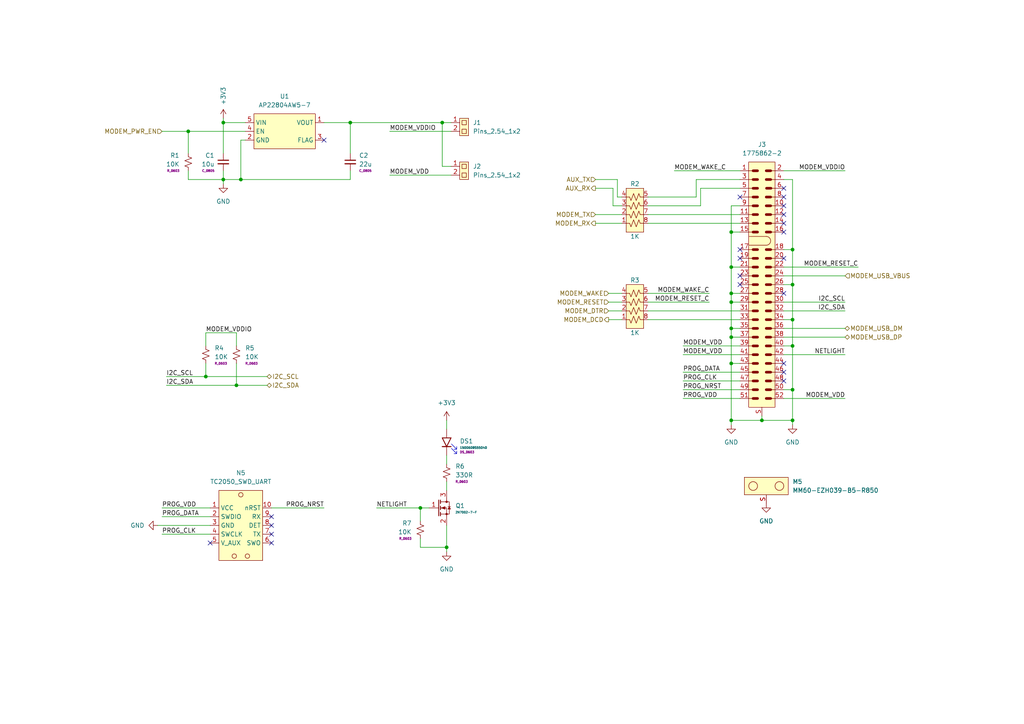
<source format=kicad_sch>
(kicad_sch (version 20231120) (generator "eeschema") (generator_version "8.0")
  (paper "A4")
  (title_block (title "Winglet Carrier Board") (date "2024-08-09") (rev "v1.0") (company "TL Embedded"))
  (lib_symbols
    (symbol "C_Capacitor:C_0805" (pin_numbers hide) (pin_names (offset 1.016))
      (property "Reference" "C" (at 3.175 1.905 0))
      (property "Value" "100n" (at 5.08 0 0))
      (property "Size" "C_0805" (at 4.445 -1.905 0))
      (symbol "C_0805_1_1"
        (polyline (pts (xy -1.524 -0.508) (xy 1.524 -0.508)) (stroke (width 0.3302)))
        (polyline (pts (xy -1.524 0.508) (xy 1.524 0.508)) (stroke (width 0.3048)))
        (pin passive line (at 0 2.54 270) (length 2.032) (name "~") (number "1"))
        (pin passive line (at 0 -2.54 90) (length 2.032) (name "~") (number "2"))
      )
    )
    (symbol "DS_LED:150060BS55040" (pin_numbers hide) (pin_names (offset 1.016) hide)
      (property "Reference" "DS" (at 0 2.54 0))
      (property "Value" "150060BS55040" (at 0 -5.08 0))
      (property "Size" "DS_0603" (at 0 -3.81 0))
      (symbol "150060BS55040_1_1"
        (polyline (pts (xy -1.27 -1.27) (xy -1.27 1.27)) (stroke (width 0.254)))
        (polyline (pts (xy -1.27 -1.27) (xy -1.27 1.27)) (stroke (width 0.254)))
        (polyline (pts (xy 1.27 -1.27) (xy 1.27 1.27) (xy -1.27 0) (xy 1.27 -1.27)) (stroke (width 0.254)))
        (polyline (pts (xy -1.778 -1.397) (xy -3.302 -2.921) (xy -2.54 -2.921) (xy -3.302 -2.921) (xy -3.302 -2.159)) (stroke (width 0) (color 0 0 194 1)))
        (polyline (pts (xy -0.508 -1.397) (xy -2.032 -2.921) (xy -1.27 -2.921) (xy -2.032 -2.921) (xy -2.032 -2.159)) (stroke (width 0) (color 0 0 194 1)))
        (pin passive line (at -3.81 0 0) (length 2.54) (name "K") (number "1"))
        (pin passive line (at 3.81 0 180) (length 2.54) (name "A") (number "2"))
      )
    )
    (symbol "J_Connector:1775862-2" (pin_names hide)
      (property "Reference" "J" (at -2.54 72.39 0))
      (property "Value" "1775862-2" (at -1.27 -10.16 0))
      (symbol "1775862-2_0_1"
        (polyline (pts (xy -3.81 2.54) (xy -2.54 2.54)))
        (polyline (pts (xy -3.81 5.08) (xy -2.54 5.08)))
        (polyline (pts (xy -3.81 7.62) (xy -2.54 7.62)))
        (polyline (pts (xy -3.81 10.16) (xy -2.54 10.16)))
        (polyline (pts (xy -3.81 12.7) (xy -2.54 12.7)))
        (polyline (pts (xy -3.81 15.24) (xy -2.54 15.24)))
        (polyline (pts (xy -3.81 17.78) (xy -2.54 17.78)))
        (polyline (pts (xy -3.81 20.32) (xy -2.54 20.32)))
        (polyline (pts (xy -3.81 22.86) (xy -2.54 22.86)))
        (polyline (pts (xy -3.81 25.4) (xy -2.54 25.4)))
        (polyline (pts (xy -3.81 27.94) (xy -2.54 27.94)))
        (polyline (pts (xy -3.81 30.48) (xy -2.54 30.48)))
        (polyline (pts (xy -3.81 33.02) (xy -2.54 33.02)))
        (polyline (pts (xy -3.81 35.56) (xy -2.54 35.56)))
        (polyline (pts (xy -3.81 38.1) (xy -2.54 38.1)))
        (polyline (pts (xy -3.81 40.64) (xy -2.54 40.64)))
        (polyline (pts (xy -3.81 43.18) (xy -2.54 43.18)))
        (polyline (pts (xy -3.81 45.72) (xy -2.54 45.72)))
        (polyline (pts (xy -3.81 50.8) (xy -2.54 50.8)))
        (polyline (pts (xy -3.81 53.34) (xy -2.54 53.34)))
        (polyline (pts (xy -3.81 55.88) (xy -2.54 55.88)))
        (polyline (pts (xy -3.81 58.42) (xy -2.54 58.42)))
        (polyline (pts (xy -3.81 60.96) (xy -2.54 60.96)))
        (polyline (pts (xy -3.81 63.5) (xy -2.54 63.5)))
        (polyline (pts (xy -3.81 66.04) (xy -2.54 66.04)))
        (polyline (pts (xy -3.81 68.58) (xy -2.54 68.58)))
        (polyline (pts (xy 1.27 46.99) (xy -3.81 46.99)))
        (polyline (pts (xy 1.27 49.53) (xy -3.81 49.53)))
        (polyline (pts (xy 3.81 2.54) (xy 2.54 2.54)))
        (polyline (pts (xy 3.81 5.08) (xy 2.54 5.08)))
        (polyline (pts (xy 3.81 7.62) (xy 2.54 7.62)))
        (polyline (pts (xy 3.81 10.16) (xy 2.54 10.16)))
        (polyline (pts (xy 3.81 12.7) (xy 2.54 12.7)))
        (polyline (pts (xy 3.81 15.24) (xy 2.54 15.24)))
        (polyline (pts (xy 3.81 17.78) (xy 2.54 17.78)))
        (polyline (pts (xy 3.81 20.32) (xy 2.54 20.32)))
        (polyline (pts (xy 3.81 22.86) (xy 2.54 22.86)))
        (polyline (pts (xy 3.81 25.4) (xy 2.54 25.4)))
        (polyline (pts (xy 3.81 27.94) (xy 2.54 27.94)))
        (polyline (pts (xy 3.81 30.48) (xy 2.54 30.48)))
        (polyline (pts (xy 3.81 33.02) (xy 2.54 33.02)))
        (polyline (pts (xy 3.81 35.56) (xy 2.54 35.56)))
        (polyline (pts (xy 3.81 38.1) (xy 2.54 38.1)))
        (polyline (pts (xy 3.81 40.64) (xy 2.54 40.64)))
        (polyline (pts (xy 3.81 43.18) (xy 2.54 43.18)))
        (polyline (pts (xy 3.81 45.72) (xy 2.54 45.72)))
        (polyline (pts (xy 3.81 50.8) (xy 2.54 50.8)))
        (polyline (pts (xy 3.81 53.34) (xy 2.54 53.34)))
        (polyline (pts (xy 3.81 55.88) (xy 2.54 55.88)))
        (polyline (pts (xy 3.81 58.42) (xy 2.54 58.42)))
        (polyline (pts (xy 3.81 60.96) (xy 2.54 60.96)))
        (polyline (pts (xy 3.81 66.04) (xy 2.54 66.04)))
        (polyline (pts (xy 3.81 68.58) (xy 2.54 68.58)))
        (polyline (pts (xy 3.8943 63.5073) (xy 2.6243 63.5073)))
        (arc (start 1.2859 46.99) (mid 2.5401 48.26) (end 1.2859 49.53))
      )
      (symbol "1775862-2_1_1"
        (rectangle (start -3.81 71.12) (end 3.81 0) (fill (type background)))
        (polyline (pts (xy -2.54 2.54) (xy -1.27 2.54)) (stroke (width 0.768)))
        (polyline (pts (xy -2.54 5.08) (xy -1.27 5.08)) (stroke (width 0.768)))
        (polyline (pts (xy -2.54 7.62) (xy -1.27 7.62)) (stroke (width 0.768)))
        (polyline (pts (xy -2.54 10.16) (xy -1.27 10.16)) (stroke (width 0.768)))
        (polyline (pts (xy -2.54 12.7) (xy -1.27 12.7)) (stroke (width 0.768)))
        (polyline (pts (xy -2.54 15.24) (xy -1.27 15.24)) (stroke (width 0.768)))
        (polyline (pts (xy -2.54 17.78) (xy -1.27 17.78)) (stroke (width 0.768)))
        (polyline (pts (xy -2.54 20.32) (xy -1.27 20.32)) (stroke (width 0.768)))
        (polyline (pts (xy -2.54 22.86) (xy -1.27 22.86)) (stroke (width 0.768)))
        (polyline (pts (xy -2.54 25.4) (xy -1.27 25.4)) (stroke (width 0.768)))
        (polyline (pts (xy -2.54 27.94) (xy -1.27 27.94)) (stroke (width 0.768)))
        (polyline (pts (xy -2.54 30.48) (xy -1.27 30.48)) (stroke (width 0.768)))
        (polyline (pts (xy -2.54 33.02) (xy -1.27 33.02)) (stroke (width 0.768)))
        (polyline (pts (xy -2.54 35.56) (xy -1.27 35.56)) (stroke (width 0.768)))
        (polyline (pts (xy -2.54 38.1) (xy -1.27 38.1)) (stroke (width 0.768)))
        (polyline (pts (xy -2.54 40.64) (xy -1.27 40.64)) (stroke (width 0.768)))
        (polyline (pts (xy -2.54 43.18) (xy -1.27 43.18)) (stroke (width 0.768)))
        (polyline (pts (xy -2.54 45.72) (xy -1.27 45.72)) (stroke (width 0.768)))
        (polyline (pts (xy -2.54 50.8) (xy -1.27 50.8)) (stroke (width 0.768)))
        (polyline (pts (xy -2.54 53.34) (xy -1.27 53.34)) (stroke (width 0.768)))
        (polyline (pts (xy -2.54 55.88) (xy -1.27 55.88)) (stroke (width 0.768)))
        (polyline (pts (xy -2.54 58.42) (xy -1.27 58.42)) (stroke (width 0.768)))
        (polyline (pts (xy -2.54 60.96) (xy -1.27 60.96)) (stroke (width 0.768)))
        (polyline (pts (xy -2.54 63.5) (xy -1.27 63.5)) (stroke (width 0.768)))
        (polyline (pts (xy -2.54 66.04) (xy -1.27 66.04)) (stroke (width 0.768)))
        (polyline (pts (xy -2.54 68.58) (xy -1.27 68.58)) (stroke (width 0.768)))
        (polyline (pts (xy 2.54 2.54) (xy 1.27 2.54)) (stroke (width 0.768)))
        (polyline (pts (xy 2.54 5.08) (xy 1.27 5.08)) (stroke (width 0.768)))
        (polyline (pts (xy 2.54 7.62) (xy 1.27 7.62)) (stroke (width 0.768)))
        (polyline (pts (xy 2.54 10.16) (xy 1.27 10.16)) (stroke (width 0.768)))
        (polyline (pts (xy 2.54 12.7) (xy 1.27 12.7)) (stroke (width 0.768)))
        (polyline (pts (xy 2.54 15.24) (xy 1.27 15.24)) (stroke (width 0.768)))
        (polyline (pts (xy 2.54 17.78) (xy 1.27 17.78)) (stroke (width 0.768)))
        (polyline (pts (xy 2.54 20.32) (xy 1.27 20.32)) (stroke (width 0.768)))
        (polyline (pts (xy 2.54 22.86) (xy 1.27 22.86)) (stroke (width 0.768)))
        (polyline (pts (xy 2.54 25.4) (xy 1.27 25.4)) (stroke (width 0.768)))
        (polyline (pts (xy 2.54 27.94) (xy 1.27 27.94)) (stroke (width 0.768)))
        (polyline (pts (xy 2.54 30.48) (xy 1.27 30.48)) (stroke (width 0.768)))
        (polyline (pts (xy 2.54 33.02) (xy 1.27 33.02)) (stroke (width 0.768)))
        (polyline (pts (xy 2.54 35.56) (xy 1.27 35.56)) (stroke (width 0.768)))
        (polyline (pts (xy 2.54 38.1) (xy 1.27 38.1)) (stroke (width 0.768)))
        (polyline (pts (xy 2.54 40.64) (xy 1.27 40.64)) (stroke (width 0.768)))
        (polyline (pts (xy 2.54 43.18) (xy 1.27 43.18)) (stroke (width 0.768)))
        (polyline (pts (xy 2.54 45.72) (xy 1.27 45.72)) (stroke (width 0.768)))
        (polyline (pts (xy 2.54 50.8) (xy 1.27 50.8)) (stroke (width 0.768)))
        (polyline (pts (xy 2.54 53.34) (xy 1.27 53.34)) (stroke (width 0.768)))
        (polyline (pts (xy 2.54 55.88) (xy 1.27 55.88)) (stroke (width 0.768)))
        (polyline (pts (xy 2.54 58.42) (xy 1.27 58.42)) (stroke (width 0.768)))
        (polyline (pts (xy 2.54 60.96) (xy 1.27 60.96)) (stroke (width 0.768)))
        (polyline (pts (xy 2.54 66.04) (xy 1.27 66.04)) (stroke (width 0.768)))
        (polyline (pts (xy 2.54 68.58) (xy 1.27 68.58)) (stroke (width 0.768)))
        (polyline (pts (xy 2.6243 63.5073) (xy 1.3543 63.5073)) (stroke (width 0.768)))
        (pin passive line (at -6.35 68.58 0) (length 2.54) (name "1") (number "1"))
        (pin passive line (at 6.35 58.42 180) (length 2.54) (name "10") (number "10"))
        (pin passive line (at -6.35 55.88 0) (length 2.54) (name "11") (number "11"))
        (pin passive line (at 6.35 55.88 180) (length 2.54) (name "12") (number "12"))
        (pin passive line (at -6.35 53.34 0) (length 2.54) (name "13") (number "13"))
        (pin passive line (at 6.35 53.34 180) (length 2.54) (name "14") (number "14"))
        (pin passive line (at -6.35 50.8 0) (length 2.54) (name "15") (number "15"))
        (pin passive line (at 6.35 50.8 180) (length 2.54) (name "16") (number "16"))
        (pin passive line (at -6.35 45.72 0) (length 2.54) (name "17") (number "17"))
        (pin passive line (at 6.35 45.72 180) (length 2.54) (name "18") (number "18"))
        (pin passive line (at -6.35 43.18 0) (length 2.54) (name "19") (number "19"))
        (pin passive line (at 6.35 68.58 180) (length 2.54) (name "2") (number "2"))
        (pin passive line (at 6.35 43.18 180) (length 2.54) (name "20") (number "20"))
        (pin passive line (at -6.35 40.64 0) (length 2.54) (name "21") (number "21"))
        (pin passive line (at 6.35 40.64 180) (length 2.54) (name "22") (number "22"))
        (pin passive line (at -6.35 38.1 0) (length 2.54) (name "23") (number "23"))
        (pin passive line (at 6.35 38.1 180) (length 2.54) (name "24") (number "24"))
        (pin passive line (at -6.35 35.56 0) (length 2.54) (name "25") (number "25"))
        (pin passive line (at 6.35 35.56 180) (length 2.54) (name "26") (number "26"))
        (pin passive line (at -6.35 33.02 0) (length 2.54) (name "27") (number "27"))
        (pin passive line (at 6.35 33.02 180) (length 2.54) (name "28") (number "28"))
        (pin passive line (at -6.35 30.48 0) (length 2.54) (name "29") (number "29"))
        (pin passive line (at -6.35 66.04 0) (length 2.54) (name "3") (number "3"))
        (pin passive line (at 6.35 30.48 180) (length 2.54) (name "30") (number "30"))
        (pin passive line (at -6.35 27.94 0) (length 2.54) (name "31") (number "31"))
        (pin passive line (at 6.35 27.94 180) (length 2.54) (name "32") (number "32"))
        (pin passive line (at -6.35 25.4 0) (length 2.54) (name "33") (number "33"))
        (pin passive line (at 6.35 25.4 180) (length 2.54) (name "34") (number "34"))
        (pin passive line (at -6.35 22.86 0) (length 2.54) (name "35") (number "35"))
        (pin passive line (at 6.35 22.86 180) (length 2.54) (name "36") (number "36"))
        (pin passive line (at -6.35 20.32 0) (length 2.54) (name "37") (number "37"))
        (pin passive line (at 6.35 20.32 180) (length 2.54) (name "38") (number "38"))
        (pin passive line (at -6.35 17.78 0) (length 2.54) (name "39") (number "39"))
        (pin passive line (at 6.35 66.04 180) (length 2.54) (name "4") (number "4"))
        (pin passive line (at 6.35 17.78 180) (length 2.54) (name "40") (number "40"))
        (pin passive line (at -6.35 15.24 0) (length 2.54) (name "41") (number "41"))
        (pin passive line (at 6.35 15.24 180) (length 2.54) (name "42") (number "42"))
        (pin passive line (at -6.35 12.7 0) (length 2.54) (name "43") (number "43"))
        (pin passive line (at 6.35 12.7 180) (length 2.54) (name "44") (number "44"))
        (pin passive line (at -6.35 10.16 0) (length 2.54) (name "45") (number "45"))
        (pin passive line (at 6.35 10.16 180) (length 2.54) (name "46") (number "46"))
        (pin passive line (at -6.35 7.62 0) (length 2.54) (name "47") (number "47"))
        (pin passive line (at 6.35 7.62 180) (length 2.54) (name "48") (number "48"))
        (pin passive line (at -6.35 5.08 0) (length 2.54) (name "49") (number "49"))
        (pin passive line (at -6.35 63.5 0) (length 2.54) (name "5") (number "5"))
        (pin passive line (at 6.35 5.08 180) (length 2.54) (name "50") (number "50"))
        (pin passive line (at -6.35 2.54 0) (length 2.54) (name "51") (number "51"))
        (pin passive line (at 6.35 2.54 180) (length 2.54) (name "52") (number "52"))
        (pin passive line (at 6.35 63.5 180) (length 2.54) (name "6") (number "6"))
        (pin passive line (at -6.35 60.96 0) (length 2.54) (name "7") (number "7"))
        (pin passive line (at 6.35 60.96 180) (length 2.54) (name "8") (number "8"))
        (pin passive line (at -6.35 58.42 0) (length 2.54) (name "9") (number "9"))
        (pin passive line (at 0 -2.54 90) (length 2.54) (name "S") (number "S"))
      )
    )
    (symbol "J_Connector:Pins_2.54_1x2" (pin_names hide)
      (property "Reference" "J" (at -1.27 6.35 0))
      (property "Value" "Pins_2.54_1x2" (at 0 -1.27 0))
      (symbol "Pins_2.54_1x2_0_1"
        (rectangle (start -1.27 5.08) (end 1.27 0) (stroke (width 0.1524)) (fill (type background)))
        (rectangle (start -0.635 1.905) (end 0.635 0.635) (stroke (width 0.1524)))
        (rectangle (start -0.635 4.445) (end 0.635 3.175) (stroke (width 0.1524)))
      )
      (symbol "Pins_2.54_1x2_1_1"
        (pin passive line (at -3.81 3.81 0) (length 2.54) (name "1") (number "1"))
        (pin passive line (at -3.81 1.27 0) (length 2.54) (name "2") (number "2"))
      )
    )
    (symbol "M_Mechanical:MM60-EZH039-B5-R850"
      (property "Reference" "M" (at -5.588 6.096 0))
      (property "Value" "MM60-EZH039-B5-R850" (at 0 -1.778 0))
      (symbol "MM60-EZH039-B5-R850_0_1"
        (circle (center -3.81 2.54) (radius 1.27))
        (circle (center 3.81 2.54) (radius 1.27))
      )
      (symbol "MM60-EZH039-B5-R850_1_1"
        (rectangle (start -6.35 5.08) (end 6.35 0) (fill (type background)))
        (pin passive line (at 0 -2.54 90) (length 2.54) (name "") (number "S"))
      )
    )
    (symbol "N_NonPart:TC2050_SWD_UART" (in_bom no)
      (property "Reference" "N" (at -6.4 11.5 0))
      (property "Value" "TC2050_SWD_UART" (at 0 -11.5 0))
      (symbol "TC2050_SWD_UART_0_1"
        (rectangle (start -6.35 10.16) (end 6.35 -10.16) (stroke (width 0.1524)) (fill (type background)))
        (circle (center -1.905 -8.89) (radius 0.635) (stroke (width 0.1524)))
        (circle (center 0 8.89) (radius 0.635) (stroke (width 0.1524)))
        (circle (center 1.905 -8.89) (radius 0.635) (stroke (width 0.1524)))
      )
      (symbol "TC2050_SWD_UART_1_1"
        (pin power_in line (at -8.89 5.08 0) (length 2.54) (name "VCC") (number "1"))
        (pin output line (at 8.89 5.08 180) (length 2.54) (name "nRST") (number "10"))
        (pin bidirectional line (at -8.89 2.54 0) (length 2.54) (name "SWDIO") (number "2"))
        (pin power_in line (at -8.89 0 0) (length 2.54) (name "GND") (number "3"))
        (pin bidirectional line (at -8.89 -2.54 0) (length 2.54) (name "SWCLK") (number "4"))
        (pin power_out line (at -8.89 -5.08 0) (length 2.54) (name "V_AUX") (number "5"))
        (pin bidirectional line (at 8.89 -5.08 180) (length 2.54) (name "SWO") (number "6"))
        (pin output line (at 8.89 -2.54 180) (length 2.54) (name "TX") (number "7"))
        (pin output line (at 8.89 0 180) (length 2.54) (name "DET") (number "8"))
        (pin input line (at 8.89 2.54 180) (length 2.54) (name "RX") (number "9"))
      )
    )
    (symbol "Q_MOSFET:2N7002-7-F" (pin_names (offset 0) hide)
      (property "Reference" "Q" (at 2.54 1.27 0))
      (property "Value" "2N7002-7-F" (at 2.54 -0.381 0))
      (symbol "2N7002-7-F_0_1"
        (circle (center 0 -1.778) (radius 0.254) (fill (type outline)))
        (polyline (pts (xy -2.286 -2.286) (xy -2.286 2.286)) (stroke (width 0.254)))
        (polyline (pts (xy -1.778 -1.27) (xy -1.778 -2.286)) (stroke (width 0.254)))
        (polyline (pts (xy -1.778 0.508) (xy -1.778 -0.508)) (stroke (width 0.254)))
        (polyline (pts (xy -1.778 2.286) (xy -1.778 1.27)) (stroke (width 0.254)))
        (polyline (pts (xy 0 2.54) (xy 0 1.778)))
        (polyline (pts (xy 1.143 0.381) (xy 0.381 0.381)))
        (polyline (pts (xy 0 -2.54) (xy 0 0) (xy -1.778 0)))
        (polyline (pts (xy -1.778 1.778) (xy 0.762 1.778) (xy 0.762 -1.778) (xy -1.778 -1.778)))
        (polyline (pts (xy -1.4732 0) (xy -0.4572 -0.381) (xy -0.4572 0.381) (xy -1.4732 0)) (fill (type outline)))
        (circle (center 0 1.778) (radius 0.254) (fill (type outline)))
      )
      (symbol "2N7002-7-F_1_1"
        (polyline (pts (xy 0.762 0.3048) (xy 1.143 -0.3302) (xy 0.381 -0.3302) (xy 0.762 0.3048)) (fill (type outline)))
        (pin input line (at -5.08 0 0) (length 2.6924) (name "G") (number "1"))
        (pin passive line (at 0 -5.08 90) (length 2.54) (name "S") (number "2"))
        (pin passive line (at 0 5.08 270) (length 2.54) (name "D") (number "3"))
      )
    )
    (symbol "R_Resistor:R_0603" (pin_numbers hide) (pin_names (offset 1.016))
      (property "Reference" "R" (at 2.54 1.905 0))
      (property "Value" "10K" (at 3.81 0 0))
      (property "Size" "R_0603" (at 3.81 -1.905 0))
      (symbol "R_0603_1_1"
        (polyline (pts (xy 0 0) (xy 1.016 -0.381) (xy 0 -0.762) (xy -1.016 -1.143) (xy 0 -1.524)))
        (polyline (pts (xy 0 1.524) (xy 1.016 1.143) (xy 0 0.762) (xy -1.016 0.381) (xy 0 0)))
        (pin passive line (at 0 2.54 270) (length 1.016) (name "~") (number "1"))
        (pin passive line (at 0 -2.54 90) (length 1.016) (name "~") (number "2"))
      )
    )
    (symbol "R_Resistor:R_Array_1206" (pin_names hide)
      (property "Reference" "R" (at -0.635 13.335 0))
      (property "Value" "10K" (at 0 11.43 0))
      (symbol "R_Array_1206_0_1"
        (rectangle (start -2.54 10.16) (end 2.54 -2.54) (fill (type background)))
      )
      (symbol "R_Array_1206_1_1"
        (polyline (pts (xy -2.54 0) (xy -1.5494 0)))
        (polyline (pts (xy -2.54 2.54) (xy -1.5494 2.54)))
        (polyline (pts (xy -2.54 5.08) (xy -1.5494 5.08)))
        (polyline (pts (xy -2.54 7.62) (xy -1.5494 7.62)))
        (polyline (pts (xy 2.54 0) (xy 1.5494 0)))
        (polyline (pts (xy 2.54 2.54) (xy 1.5494 2.54)))
        (polyline (pts (xy 2.54 5.08) (xy 1.5494 5.08)))
        (polyline (pts (xy 2.54 7.62) (xy 1.5494 7.62)))
        (polyline (pts (xy -1.524 0) (xy -1.143 1.016) (xy -0.762 0) (xy -0.381 -1.016) (xy 0 0)))
        (polyline (pts (xy -1.524 2.54) (xy -1.143 3.556) (xy -0.762 2.54) (xy -0.381 1.524) (xy 0 2.54)))
        (polyline (pts (xy -1.524 5.08) (xy -1.143 6.096) (xy -0.762 5.08) (xy -0.381 4.064) (xy 0 5.08)))
        (polyline (pts (xy -1.524 7.62) (xy -1.143 8.636) (xy -0.762 7.62) (xy -0.381 6.604) (xy 0 7.62)))
        (polyline (pts (xy 0 0) (xy 0.381 1.016) (xy 0.762 0) (xy 1.143 -1.016) (xy 1.524 0)))
        (polyline (pts (xy 0 2.54) (xy 0.381 3.556) (xy 0.762 2.54) (xy 1.143 1.524) (xy 1.524 2.54)))
        (polyline (pts (xy 0 5.08) (xy 0.381 6.096) (xy 0.762 5.08) (xy 1.143 4.064) (xy 1.524 5.08)))
        (polyline (pts (xy 0 7.62) (xy 0.381 8.636) (xy 0.762 7.62) (xy 1.143 6.604) (xy 1.524 7.62)))
        (pin passive line (at -3.81 7.62 0) (length 1.27) (name "~") (number "1"))
        (pin passive line (at -3.81 5.08 0) (length 1.27) (name "~") (number "2"))
        (pin passive line (at -3.81 2.54 0) (length 1.27) (name "~") (number "3"))
        (pin passive line (at -3.81 0 0) (length 1.27) (name "~") (number "4"))
        (pin passive line (at 3.81 0 180) (length 1.27) (name "~") (number "5"))
        (pin passive line (at 3.81 2.54 180) (length 1.27) (name "~") (number "6"))
        (pin passive line (at 3.81 5.08 180) (length 1.27) (name "~") (number "7"))
        (pin passive line (at 3.81 7.62 180) (length 1.27) (name "~") (number "8"))
      )
    )
    (symbol "U_Driver:AP22804AW5-7"
      (property "Reference" "U" (at -7.62 11.43 0))
      (property "Value" "AP22804AW5-7" (at 0 -1.27 0))
      (symbol "AP22804AW5-7_0_1"
        (rectangle (start -8.89 10.16) (end 8.89 0) (stroke (width 0.1524)) (fill (type background)))
      )
      (symbol "AP22804AW5-7_1_1"
        (pin power_out line (at 11.43 7.62 180) (length 2.54) (name "VOUT") (number "1"))
        (pin power_in line (at -11.43 2.54 0) (length 2.54) (name "GND") (number "2"))
        (pin output line (at 11.43 2.54 180) (length 2.54) (name "FLAG") (number "3"))
        (pin input line (at -11.43 5.08 0) (length 2.54) (name "EN") (number "4"))
        (pin power_in line (at -11.43 7.62 0) (length 2.54) (name "VIN") (number "5"))
      )
    )
    (symbol "power:+3V3" (power) (pin_numbers hide) (pin_names (offset 0) hide)
      (property "Value" "+3V3" (at 0 3.556 0))
      (symbol "+3V3_0_1"
        (polyline (pts (xy -0.762 1.27) (xy 0 2.54)))
        (polyline (pts (xy 0 0) (xy 0 2.54)))
        (polyline (pts (xy 0 2.54) (xy 0.762 1.27)))
      )
      (symbol "+3V3_1_1"
        (pin power_in line (at 0 0 90) (length 0) (name "~") (number "1"))
      )
    )
    (symbol "power:GND" (power) (pin_names (offset 0))
      (property "Value" "GND" (at 0 -3.81 0))
      (symbol "GND_0_1"
        (polyline (pts (xy 0 0) (xy 0 -1.27) (xy 1.27 -1.27) (xy 0 -2.54) (xy -1.27 -1.27) (xy 0 -1.27)))
      )
      (symbol "GND_1_1"
        (pin power_in line (at 0 0 270) (length 0) hide (name "GND") (number "1"))
      )
    )
  )
  (junction (at 128.27 35.56))
  (junction (at 212.09 105.41))
  (junction (at 64.77 52.07))
  (junction (at 54.61 38.1))
  (junction (at 121.92 147.32))
  (junction (at 101.6 35.56))
  (junction (at 59.69 109.22))
  (junction (at 229.87 92.71))
  (junction (at 229.87 72.39))
  (junction (at 212.09 85.09))
  (junction (at 129.54 158.75))
  (junction (at 229.87 100.33))
  (junction (at 229.87 113.03))
  (junction (at 69.85 52.07))
  (junction (at 229.87 121.92))
  (junction (at 64.77 35.56))
  (junction (at 212.09 87.63))
  (junction (at 212.09 67.31))
  (junction (at 212.09 77.47))
  (junction (at 220.98 121.92))
  (junction (at 212.09 97.79))
  (junction (at 68.58 111.76))
  (junction (at 212.09 95.25))
  (junction (at 229.87 82.55))
  (junction (at 212.09 121.92))
  (no_connect (at 60.96 157.48))
  (no_connect (at 93.98 40.64))
  (no_connect (at 227.33 110.49))
  (no_connect (at 227.33 105.41))
  (no_connect (at 214.63 82.55))
  (no_connect (at 214.63 80.01))
  (no_connect (at 227.33 64.77))
  (no_connect (at 227.33 107.95))
  (no_connect (at 78.74 152.4))
  (no_connect (at 227.33 67.31))
  (no_connect (at 78.74 157.48))
  (no_connect (at 227.33 59.69))
  (no_connect (at 78.74 149.86))
  (no_connect (at 227.33 85.09))
  (no_connect (at 214.63 57.15))
  (no_connect (at 214.63 72.39))
  (no_connect (at 227.33 57.15))
  (no_connect (at 227.33 74.93))
  (no_connect (at 227.33 62.23))
  (no_connect (at 227.33 54.61))
  (no_connect (at 78.74 154.94))
  (no_connect (at 214.63 74.93))
  (wire (pts (xy 212.09 67.31) (xy 212.09 77.47)))
  (wire (pts (xy 129.54 152.4) (xy 129.54 158.75)))
  (wire (pts (xy 59.69 100.33) (xy 59.69 96.52)))
  (wire (pts (xy 187.96 92.71) (xy 214.63 92.71)))
  (wire (pts (xy 113.03 38.1) (xy 130.81 38.1)))
  (wire (pts (xy 220.98 121.92) (xy 229.87 121.92)))
  (wire (pts (xy 71.12 40.64) (xy 69.85 40.64)))
  (wire (pts (xy 212.09 95.25) (xy 212.09 97.79)))
  (wire (pts (xy 172.72 64.77) (xy 180.34 64.77)))
  (wire (pts (xy 176.53 92.71) (xy 180.34 92.71)))
  (wire (pts (xy 229.87 72.39) (xy 229.87 82.55)))
  (wire (pts (xy 212.09 67.31) (xy 214.63 67.31)))
  (wire (pts (xy 245.11 115.57) (xy 227.33 115.57)))
  (wire (pts (xy 187.96 62.23) (xy 214.63 62.23)))
  (wire (pts (xy 227.33 72.39) (xy 229.87 72.39)))
  (wire (pts (xy 212.09 97.79) (xy 212.09 105.41)))
  (wire (pts (xy 212.09 59.69) (xy 212.09 67.31)))
  (wire (pts (xy 212.09 121.92) (xy 220.98 121.92)))
  (wire (pts (xy 203.2 59.69) (xy 187.96 59.69)))
  (wire (pts (xy 101.6 49.53) (xy 101.6 52.07)))
  (wire (pts (xy 212.09 87.63) (xy 214.63 87.63)))
  (wire (pts (xy 78.74 147.32) (xy 93.98 147.32)))
  (wire (pts (xy 45.72 152.4) (xy 60.96 152.4)))
  (wire (pts (xy 54.61 49.53) (xy 54.61 52.07)))
  (wire (pts (xy 64.77 52.07) (xy 64.77 53.34)))
  (wire (pts (xy 212.09 121.92) (xy 212.09 123.19)))
  (wire (pts (xy 227.33 90.17) (xy 245.11 90.17)))
  (wire (pts (xy 198.12 100.33) (xy 214.63 100.33)))
  (wire (pts (xy 227.33 95.25) (xy 245.11 95.25)))
  (wire (pts (xy 229.87 113.03) (xy 229.87 121.92)))
  (wire (pts (xy 128.27 48.26) (xy 128.27 35.56)))
  (wire (pts (xy 227.33 82.55) (xy 229.87 82.55)))
  (wire (pts (xy 101.6 35.56) (xy 101.6 44.45)))
  (wire (pts (xy 176.53 90.17) (xy 180.34 90.17)))
  (wire (pts (xy 121.92 147.32) (xy 121.92 151.13)))
  (wire (pts (xy 48.26 111.76) (xy 68.58 111.76)))
  (wire (pts (xy 176.53 85.09) (xy 180.34 85.09)))
  (wire (pts (xy 212.09 77.47) (xy 214.63 77.47)))
  (wire (pts (xy 109.22 147.32) (xy 121.92 147.32)))
  (wire (pts (xy 187.96 64.77) (xy 214.63 64.77)))
  (wire (pts (xy 198.12 110.49) (xy 214.63 110.49)))
  (wire (pts (xy 195.58 49.53) (xy 214.63 49.53)))
  (wire (pts (xy 203.2 54.61) (xy 203.2 59.69)))
  (wire (pts (xy 212.09 105.41) (xy 214.63 105.41)))
  (wire (pts (xy 64.77 52.07) (xy 69.85 52.07)))
  (wire (pts (xy 54.61 38.1) (xy 71.12 38.1)))
  (wire (pts (xy 101.6 35.56) (xy 93.98 35.56)))
  (wire (pts (xy 121.92 156.21) (xy 121.92 158.75)))
  (wire (pts (xy 101.6 52.07) (xy 69.85 52.07)))
  (wire (pts (xy 187.96 90.17) (xy 214.63 90.17)))
  (wire (pts (xy 198.12 115.57) (xy 214.63 115.57)))
  (wire (pts (xy 229.87 52.07) (xy 229.87 72.39)))
  (wire (pts (xy 229.87 100.33) (xy 229.87 113.03)))
  (wire (pts (xy 212.09 87.63) (xy 212.09 95.25)))
  (wire (pts (xy 227.33 87.63) (xy 245.11 87.63)))
  (wire (pts (xy 229.87 92.71) (xy 229.87 100.33)))
  (wire (pts (xy 187.96 85.09) (xy 205.74 85.09)))
  (wire (pts (xy 130.81 48.26) (xy 128.27 48.26)))
  (wire (pts (xy 64.77 44.45) (xy 64.77 35.56)))
  (wire (pts (xy 229.87 52.07) (xy 227.33 52.07)))
  (wire (pts (xy 54.61 38.1) (xy 54.61 44.45)))
  (wire (pts (xy 46.99 38.1) (xy 54.61 38.1)))
  (wire (pts (xy 129.54 121.92) (xy 129.54 124.46)))
  (wire (pts (xy 229.87 82.55) (xy 229.87 92.71)))
  (wire (pts (xy 64.77 34.29) (xy 64.77 35.56)))
  (wire (pts (xy 172.72 62.23) (xy 180.34 62.23)))
  (wire (pts (xy 227.33 97.79) (xy 245.11 97.79)))
  (wire (pts (xy 129.54 139.7) (xy 129.54 142.24)))
  (wire (pts (xy 187.96 57.15) (xy 201.93 57.15)))
  (wire (pts (xy 59.69 109.22) (xy 77.47 109.22)))
  (wire (pts (xy 64.77 49.53) (xy 64.77 52.07)))
  (wire (pts (xy 212.09 77.47) (xy 212.09 85.09)))
  (wire (pts (xy 212.09 97.79) (xy 214.63 97.79)))
  (wire (pts (xy 64.77 35.56) (xy 71.12 35.56)))
  (wire (pts (xy 227.33 100.33) (xy 229.87 100.33)))
  (wire (pts (xy 179.07 52.07) (xy 172.72 52.07)))
  (wire (pts (xy 227.33 113.03) (xy 229.87 113.03)))
  (wire (pts (xy 46.99 147.32) (xy 60.96 147.32)))
  (wire (pts (xy 113.03 50.8) (xy 130.81 50.8)))
  (wire (pts (xy 227.33 80.01) (xy 245.11 80.01)))
  (wire (pts (xy 68.58 105.41) (xy 68.58 111.76)))
  (wire (pts (xy 214.63 54.61) (xy 203.2 54.61)))
  (wire (pts (xy 128.27 35.56) (xy 130.81 35.56)))
  (wire (pts (xy 201.93 52.07) (xy 214.63 52.07)))
  (wire (pts (xy 172.72 54.61) (xy 177.8 54.61)))
  (wire (pts (xy 121.92 158.75) (xy 129.54 158.75)))
  (wire (pts (xy 59.69 96.52) (xy 68.58 96.52)))
  (wire (pts (xy 220.98 121.92) (xy 220.98 120.65)))
  (wire (pts (xy 212.09 105.41) (xy 212.09 121.92)))
  (wire (pts (xy 46.99 149.86) (xy 60.96 149.86)))
  (wire (pts (xy 179.07 57.15) (xy 179.07 52.07)))
  (wire (pts (xy 54.61 52.07) (xy 64.77 52.07)))
  (wire (pts (xy 198.12 113.03) (xy 214.63 113.03)))
  (wire (pts (xy 212.09 95.25) (xy 214.63 95.25)))
  (wire (pts (xy 59.69 105.41) (xy 59.69 109.22)))
  (wire (pts (xy 69.85 40.64) (xy 69.85 52.07)))
  (wire (pts (xy 198.12 107.95) (xy 214.63 107.95)))
  (wire (pts (xy 68.58 96.52) (xy 68.58 100.33)))
  (wire (pts (xy 187.96 87.63) (xy 205.74 87.63)))
  (wire (pts (xy 177.8 59.69) (xy 180.34 59.69)))
  (wire (pts (xy 121.92 147.32) (xy 124.46 147.32)))
  (wire (pts (xy 212.09 59.69) (xy 214.63 59.69)))
  (wire (pts (xy 129.54 132.08) (xy 129.54 134.62)))
  (wire (pts (xy 48.26 109.22) (xy 59.69 109.22)))
  (wire (pts (xy 180.34 57.15) (xy 179.07 57.15)))
  (wire (pts (xy 68.58 111.76) (xy 77.47 111.76)))
  (wire (pts (xy 177.8 54.61) (xy 177.8 59.69)))
  (wire (pts (xy 176.53 87.63) (xy 180.34 87.63)))
  (wire (pts (xy 229.87 121.92) (xy 229.87 123.19)))
  (wire (pts (xy 128.27 35.56) (xy 101.6 35.56)))
  (wire (pts (xy 227.33 92.71) (xy 229.87 92.71)))
  (wire (pts (xy 46.99 154.94) (xy 60.96 154.94)))
  (wire (pts (xy 245.11 49.53) (xy 227.33 49.53)))
  (wire (pts (xy 201.93 57.15) (xy 201.93 52.07)))
  (wire (pts (xy 227.33 77.47) (xy 248.92 77.47)))
  (wire (pts (xy 198.12 102.87) (xy 214.63 102.87)))
  (wire (pts (xy 129.54 158.75) (xy 129.54 160.02)))
  (wire (pts (xy 227.33 102.87) (xy 245.11 102.87)))
  (wire (pts (xy 212.09 85.09) (xy 212.09 87.63)))
  (wire (pts (xy 212.09 85.09) (xy 214.63 85.09)))
  (label "MODEM_WAKE_C" (at 195.58 49.53 0))
  (label "MODEM_VDDIO" (at 245.11 49.53 180))
  (label "PROG_NRST" (at 93.98 147.32 180))
  (label "PROG_VDD" (at 46.99 147.32 0))
  (label "PROG_CLK" (at 46.99 154.94 0))
  (label "PROG_CLK" (at 198.12 110.49 0))
  (label "PROG_VDD" (at 198.12 115.57 0))
  (label "I2C_SDA" (at 245.11 90.17 180))
  (label "MODEM_RESET_C" (at 205.74 87.63 180))
  (label "MODEM_VDD" (at 245.11 115.57 180))
  (label "MODEM_VDDIO" (at 113.03 38.1 0))
  (label "MODEM_VDDIO" (at 59.69 96.52 0))
  (label "PROG_DATA" (at 198.12 107.95 0))
  (label "NETLIGHT" (at 109.22 147.32 0))
  (label "MODEM_VDD" (at 198.12 102.87 0))
  (label "I2C_SDA" (at 48.26 111.76 0))
  (label "MODEM_WAKE_C" (at 205.74 85.09 180))
  (label "PROG_NRST" (at 198.12 113.03 0))
  (label "PROG_DATA" (at 46.99 149.86 0))
  (label "I2C_SCL" (at 48.26 109.22 0))
  (label "NETLIGHT" (at 245.11 102.87 180))
  (label "MODEM_VDD" (at 113.03 50.8 0))
  (label "I2C_SCL" (at 245.11 87.63 180))
  (label "MODEM_VDD" (at 198.12 100.33 0))
  (label "MODEM_RESET_C" (at 248.92 77.47 180))
  (hierarchical_label "MODEM_PWR_EN" (shape input) (at 46.99 38.1 180))
  (hierarchical_label "MODEM_RESET" (shape input) (at 176.53 87.63 180))
  (hierarchical_label "I2C_SCL" (shape bidirectional) (at 77.47 109.22 0))
  (hierarchical_label "MODEM_USB_VBUS" (shape input) (at 245.11 80.01 0))
  (hierarchical_label "AUX_RX" (shape output) (at 172.72 54.61 180))
  (hierarchical_label "MODEM_RX" (shape output) (at 172.72 64.77 180))
  (hierarchical_label "AUX_TX" (shape input) (at 172.72 52.07 180))
  (hierarchical_label "MODEM_TX" (shape input) (at 172.72 62.23 180))
  (hierarchical_label "MODEM_USB_DP" (shape bidirectional) (at 245.11 97.79 0))
  (hierarchical_label "MODEM_DCD" (shape output) (at 176.53 92.71 180))
  (hierarchical_label "I2C_SDA" (shape bidirectional) (at 77.47 111.76 0))
  (hierarchical_label "MODEM_DTR" (shape input) (at 176.53 90.17 180))
  (hierarchical_label "MODEM_WAKE" (shape input) (at 176.53 85.09 180))
  (hierarchical_label "MODEM_USB_DM" (shape bidirectional) (at 245.11 95.25 0))
  (symbol (lib_id "R_Resistor:R_0603") (at 129.54 137.16 0) (unit 1)
    (property "Reference" "R6" (at 132.08 135.2549 0) (effects (justify left)))
    (property "Value" "330R" (at 132.08 137.7949 0) (effects (justify left)))
    (property "Footprint" "R_Resistor:R_0603" (effects (hide yes)))
    (property "Size" "R_0603" (at 132.08 139.7 0) (effects (font (size 0.635 0.635)) (justify left)))
  )
  (symbol (lib_id "power:GND") (at 129.54 160.02 0) (unit 1)
    (property "Reference" "#PWR08" (effects (hide yes)))
    (property "Value" "GND" (at 129.54 165.1 0))
    (property "Description" "Power symbol creates a global label with name \"GND\" , ground" (effects (hide yes)))
  )
  (symbol (lib_id "power:GND") (at 212.09 123.19 0) (unit 1)
    (property "Reference" "#PWR04" (effects (hide yes)))
    (property "Value" "GND" (at 212.09 128.27 0))
    (property "Description" "Power symbol creates a global label with name \"GND\" , ground" (effects (hide yes)))
  )
  (symbol (lib_id "J_Connector:Pins_2.54_1x2") (at 134.62 39.37 0) (unit 1)
    (property "Reference" "J1" (at 137.16 35.5599 0) (effects (justify left)))
    (property "Value" "Pins_2.54_1x2" (at 137.16 38.0999 0) (effects (justify left)))
    (property "Footprint" "J_Connector:Pins-2.54-1x2" (effects (hide yes)))
  )
  (symbol (lib_id "power:+3V3") (at 129.54 121.92 0) (unit 1)
    (property "Reference" "#PWR03" (effects (hide yes)))
    (property "Value" "+3V3" (at 129.54 116.84 0))
    (property "Description" "Power symbol creates a global label with name \"+3V3\"" (effects (hide yes)))
  )
  (symbol (lib_id "power:GND") (at 64.77 53.34 0) (unit 1)
    (property "Reference" "#PWR02" (effects (hide yes)))
    (property "Value" "GND" (at 64.77 58.42 0))
  )
  (symbol (lib_id "U_Driver:AP22804AW5-7") (at 82.55 43.18 0) (unit 1)
    (property "Reference" "U1" (at 82.55 27.94 0))
    (property "Value" "AP22804AW5-7" (at 82.55 30.48 0))
    (property "Footprint" "U_IC:SOT23_5" (effects (hide yes)))
    (property "Datasheet" "https://www.diodes.com/assets/Datasheets/AP22804_14.pdf" (effects (hide yes)))
    (property "Description" "IC PWR SWITCH P-CHAN 1:1 SOT25" (effects (hide yes)))
  )
  (symbol (lib_id "DS_LED:150060BS55040") (at 129.54 128.27 90) (unit 1)
    (property "Reference" "DS1" (at 133.35 127.9524 90) (effects (justify right)))
    (property "Value" "150060BS55040" (at 133.35 129.8574 90) (effects (font (size 0.63 0.63)) (justify right)))
    (property "Footprint" "DS_LED:DS_0603" (effects (hide yes)))
    (property "Datasheet" "https://www.we-online.com/katalog/datasheet/150060BS55040.pdf" (effects (hide yes)))
    (property "Description" "LED BLUE DIFFUSED 0603 SMD" (effects (hide yes)))
    (property "Size" "DS_0603" (at 133.35 131.1275 90) (effects (font (size 0.635 0.635)) (justify right)))
  )
  (symbol (lib_id "R_Resistor:R_0603") (at 68.58 102.87 0) (unit 1)
    (property "Reference" "R5" (at 71.12 100.9649 0) (effects (justify left)))
    (property "Value" "10K" (at 71.12 103.5049 0) (effects (justify left)))
    (property "Footprint" "R_Resistor:R_0603" (effects (hide yes)))
    (property "Size" "R_0603" (at 71.12 105.41 0) (effects (font (size 0.635 0.635)) (justify left)))
  )
  (symbol (lib_id "C_Capacitor:C_0805") (at 101.6 46.99 0) (mirror y) (unit 1)
    (property "Reference" "C2" (at 104.14 45.0912 0) (effects (justify right)))
    (property "Value" "22u" (at 104.14 47.6312 0) (effects (justify right)))
    (property "Footprint" "C_Capacitor:C_0805" (effects (hide yes)))
    (property "Size" "C_0805" (at 104.14 49.5363 0) (effects (font (size 0.635 0.635)) (justify right)))
  )
  (symbol (lib_id "power:+3V3") (at 64.77 34.29 0) (mirror y) (unit 1)
    (property "Reference" "#PWR01" (effects (hide yes)))
    (property "Value" "+3V3" (at 64.7699 30.48 90) (effects (justify left)))
    (property "Description" "Power symbol creates a global label with name \"+3V3\"" (effects (hide yes)))
  )
  (symbol (lib_id "R_Resistor:R_0603") (at 54.61 46.99 0) (unit 1)
    (property "Reference" "R1" (at 52.07 45.0849 0) (effects (justify right)))
    (property "Value" "10K" (at 52.07 47.6249 0) (effects (justify right)))
    (property "Footprint" "R_Resistor:R_0603" (effects (hide yes)))
    (property "Size" "R_0603" (at 52.07 49.53 0) (effects (font (size 0.635 0.635)) (justify right)))
  )
  (symbol (lib_id "J_Connector:Pins_2.54_1x2") (at 134.62 52.07 0) (unit 1)
    (property "Reference" "J2" (at 137.16 48.2599 0) (effects (justify left)))
    (property "Value" "Pins_2.54_1x2" (at 137.16 50.7999 0) (effects (justify left)))
    (property "Footprint" "J_Connector:Pins-2.54-1x2" (effects (hide yes)))
  )
  (symbol (lib_id "R_Resistor:R_0603") (at 121.92 153.67 0) (unit 1)
    (property "Reference" "R7" (at 119.38 151.7649 0) (effects (justify right)))
    (property "Value" "10K" (at 119.38 154.3049 0) (effects (justify right)))
    (property "Footprint" "R_Resistor:R_0603" (effects (hide yes)))
    (property "Size" "R_0603" (at 119.38 156.21 0) (effects (font (size 0.635 0.635)) (justify right)))
  )
  (symbol (lib_id "R_Resistor:R_0603") (at 59.69 102.87 0) (unit 1)
    (property "Reference" "R4" (at 62.23 100.9649 0) (effects (justify left)))
    (property "Value" "10K" (at 62.23 103.5049 0) (effects (justify left)))
    (property "Footprint" "R_Resistor:R_0603" (effects (hide yes)))
    (property "Size" "R_0603" (at 62.23 105.41 0) (effects (font (size 0.635 0.635)) (justify left)))
  )
  (symbol (lib_id "R_Resistor:R_Array_1206") (at 184.15 85.09 0) (mirror x) (unit 1)
    (property "Reference" "R3" (at 184.15 81.28 0))
    (property "Value" "1K" (at 184.15 96.52 0))
    (property "Footprint" "R_Resistor:R_Array_1206" (effects (hide yes)))
    (property "Description" "RES ARRAY 1206" (effects (hide yes)))
  )
  (symbol (lib_id "M_Mechanical:MM60-EZH039-B5-R850") (at 222.25 143.51 0) (unit 1)
    (property "Reference" "M5" (at 229.87 139.6999 0) (effects (justify left)))
    (property "Value" "MM60-EZH039-B5-R850" (at 229.87 142.2399 0) (effects (justify left)))
    (property "Footprint" "M_Mechanical:MM60-EZH039-B5-R850" (effects (hide yes)))
    (property "Datasheet" "https://mm.digikey.com/Volume0/opasdata/d220001/medias/docus/409/CardConn_SIM_CF_DIMM_PCIe_PG_V2.2.pdf" (effects (hide yes)))
    (property "Description" "CONN MINI EXPRESS CARD LATCH SMD" (effects (hide yes)))
  )
  (symbol (lib_id "power:GND") (at 229.87 123.19 0) (unit 1)
    (property "Reference" "#PWR05" (effects (hide yes)))
    (property "Value" "GND" (at 229.87 128.27 0))
    (property "Description" "Power symbol creates a global label with name \"GND\" , ground" (effects (hide yes)))
  )
  (symbol (lib_id "J_Connector:1775862-2") (at 220.98 118.11 0) (unit 1)
    (property "Reference" "J3" (at 221.0221 41.91 0))
    (property "Value" "1775862-2" (at 221.0221 44.45 0))
    (property "Footprint" "J_Connector:1775862-2" (effects (hide yes)))
    (property "Datasheet" "https://www.te.com/commerce/DocumentDelivery/DDEController?Action=srchrtrv&DocNm=8-1773459-7_EXPRESS_MINI_CARD_QRG&DocType=DS&DocLang=English" (effects (hide yes)))
  )
  (symbol (lib_id "C_Capacitor:C_0805") (at 64.77 46.99 0) (unit 1)
    (property "Reference" "C1" (at 62.23 45.0912 0) (effects (justify right)))
    (property "Value" "10u" (at 62.23 47.6312 0) (effects (justify right)))
    (property "Footprint" "C_Capacitor:C_0805" (effects (hide yes)))
    (property "Size" "C_0805" (at 62.23 49.5363 0) (effects (font (size 0.635 0.635)) (justify right)))
  )
  (symbol (lib_id "power:GND") (at 45.72 152.4 270) (unit 1)
    (property "Reference" "#PWR07" (effects (hide yes)))
    (property "Value" "GND" (at 41.91 152.3999 90) (effects (justify right)))
    (property "Description" "Power symbol creates a global label with name \"GND\" , ground" (effects (hide yes)))
  )
  (symbol (lib_id "Q_MOSFET:2N7002-7-F") (at 129.54 147.32 0) (unit 1)
    (property "Reference" "Q1" (at 132.08 146.6849 0) (effects (justify left)))
    (property "Value" "2N7002-7-F" (at 132.08 148.5899 0) (effects (font (size 0.6096 0.6096)) (justify left)))
    (property "Footprint" "U_IC:SOT23_3" (effects (hide yes)))
    (property "Datasheet" "https://www.diodes.com/assets/Datasheets/ds11303.pdf" (effects (hide yes)))
    (property "Description" "MOSFET N-CH 60V 115MA SOT23-3" (effects (hide yes)))
  )
  (symbol (lib_id "power:GND") (at 222.25 146.05 0) (unit 1)
    (property "Reference" "#PWR06" (effects (hide yes)))
    (property "Value" "GND" (at 222.25 151.13 0))
    (property "Description" "Power symbol creates a global label with name \"GND\" , ground" (effects (hide yes)))
  )
  (symbol (lib_id "R_Resistor:R_Array_1206") (at 184.15 57.15 0) (mirror x) (unit 1)
    (property "Reference" "R2" (at 184.15 53.34 0))
    (property "Value" "1K" (at 184.15 68.58 0))
    (property "Footprint" "R_Resistor:R_Array_1206" (effects (hide yes)))
    (property "Description" "RES ARRAY 1206" (effects (hide yes)))
  )
  (symbol (lib_id "N_NonPart:TC2050_SWD_UART") (at 69.85 152.4 0) (unit 1) (in_bom no)
    (property "Reference" "N5" (at 69.85 137.16 0))
    (property "Value" "TC2050_SWD_UART" (at 69.85 139.7 0))
    (property "Footprint" "N_NonPart:TagConnect_TC2050" (effects (hide yes)))
  )
)
</source>
